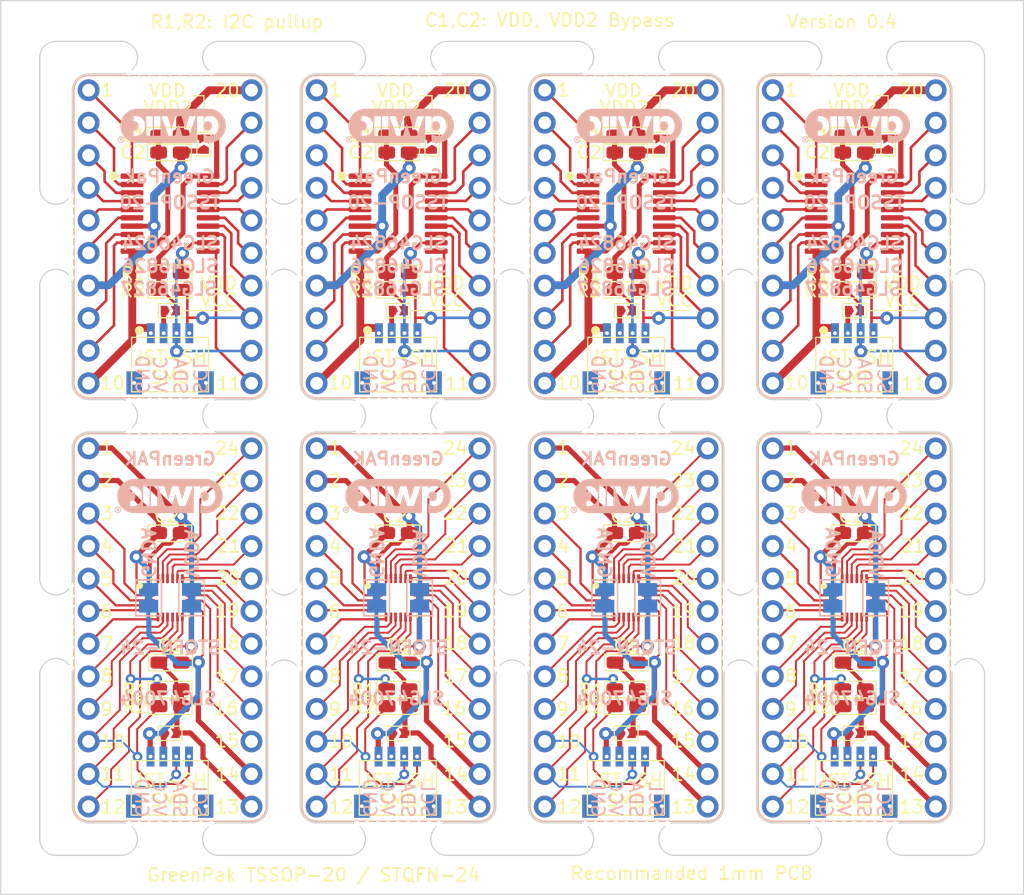
<source format=kicad_pcb>
(kicad_pcb (version 20221018) (generator pcbnew)
  (layers (0 "F.Cu" signal) (31 "B.Cu" signal) (34 "B.Paste" user) (35 "F.Paste" user) (36 "B.SilkS" user "B.Silkscreen") (37 "F.SilkS" user "F.Silkscreen") (38 "B.Mask" user) (39 "F.Mask" user) (44 "Edge.Cuts" user))
  (net 0 "")
  (footprint "greenpack_smd_adapters:mouse-bite-holes-short" (layer "F.Cu") (at 38.862 28.575 -90)
    (fp_text reference "mouse-bite-2.54mm-slot" hide)
    (fp_text value "VAL**" hide)
  )
  (footprint "greenpack_smd_adapters:GREENPAK-SMD-ADAPTER-STQFN-24-QWIIC" (layer "F.Cu") (at -5.588 9.398)
    (fp_text reference "REF**" hide)
    (fp_text value "GREENPAK-SMD-ADAPTER-STQFN-24-QWIIC" hide)
  )
  (footprint "greenpack_smd_adapters:mouse-bite-holes-half" (layer "F.Cu") (at 38.862 9.398 -90)
    (fp_text reference "mouse-bite-2.54mm-slot" hide)
    (fp_text value "VAL**" hide)
  )
  (footprint "greenpack_smd_adapters:mouse-bite-holes-half" (layer "F.Cu") (at 29.972 25.908 180)
    (fp_text reference "mouse-bite-2.54mm-slot" hide)
    (fp_text value "VAL**" hide)
  )
  (footprint "greenpack_smd_adapters:mouse-bite-holes-half" (layer "F.Cu") (at 12.192 -35.052)
    (fp_text reference "mouse-bite-2.54mm-slot" hide)
    (fp_text value "VAL**" hide)
  )
  (footprint "greenpack_smd_adapters:mouse-bite-holes" (layer "F.Cu") (at 3.302 9.398 90)
    (fp_text reference "mouse-bite-2.54mm-slot" hide)
    (fp_text value "VAL**" hide)
  )
  (footprint "greenpack_smd_adapters:mouse-bite-holes-half" (layer "F.Cu") (at 12.192 25.908 180)
    (fp_text reference "mouse-bite-2.54mm-slot" hide)
    (fp_text value "VAL**" hide)
  )
  (footprint "greenpack_smd_adapters:GREENPAK-SMD-ADAPTER-STQFN-24-QWIIC" (layer "F.Cu") (at 12.192 9.398)
    (fp_text reference "REF**" hide)
    (fp_text value "GREENPAK-SMD-ADAPTER-STQFN-24-QWIIC" hide)
  )
  (footprint "greenpack_smd_adapters:GREENPAK-SMD-ADAPTER-TSSOP-20-QWIIC" (layer "F.Cu") (at -5.588 -21.082)
    (fp_text reference "REF**" hide)
    (fp_text value "GREENPAK-SMD-ADAPTER-TSSOP-20-QWIIC" hide)
  )
  (footprint "greenpack_smd_adapters:mouse-bite-holes" (layer "F.Cu") (at 21.082 -21.082 90)
    (fp_text reference "mouse-bite-2.54mm-slot" hide)
    (fp_text value "VAL**" hide)
  )
  (footprint "greenpack_smd_adapters:mouse-bite-holes-half" (layer "F.Cu") (at 38.862 -21.082 -90)
    (fp_text reference "mouse-bite-2.54mm-slot" hide)
    (fp_text value "VAL**" hide)
  )
  (footprint "greenpack_smd_adapters:mouse-bite-holes" (layer "F.Cu") (at -23.368 -7.112 180)
    (fp_text reference "mouse-bite-2.54mm-slot" hide)
    (fp_text value "VAL**" hide)
  )
  (footprint "greenpack_smd_adapters:mouse-bite-holes" (layer "F.Cu") (at 29.972 -7.112 180)
    (fp_text reference "mouse-bite-2.54mm-slot" hide)
    (fp_text value "VAL**" hide)
  )
  (footprint "greenpack_smd_adapters:mouse-bite-holes" (layer "F.Cu") (at -14.478 -21.082 90)
    (fp_text reference "mouse-bite-2.54mm-slot" hide)
    (fp_text value "VAL**" hide)
  )
  (footprint "greenpack_smd_adapters:mouse-bite-holes-short" (layer "F.Cu") (at 38.862 -37.846 -90)
    (fp_text reference "mouse-bite-2.54mm-slot" hide)
    (fp_text value "VAL**" hide)
  )
  (footprint "greenpack_smd_adapters:mouse-bite-holes-half" (layer "F.Cu") (at -5.588 25.908 180)
    (fp_text reference "mouse-bite-2.54mm-slot" hide)
    (fp_text value "VAL**" hide)
  )
  (footprint "greenpack_smd_adapters:mouse-bite-holes-short" (layer "F.Cu") (at -32.258 28.791 90)
    (fp_text reference "mouse-bite-2.54mm-slot" hide)
    (fp_text value "VAL**" hide)
  )
  (footprint "greenpack_smd_adapters:mouse-bite-holes-half" (layer "F.Cu") (at -32.258 9.36 90)
    (fp_text reference "mouse-bite-2.54mm-slot" hide)
    (fp_text value "VAL**" hide)
  )
  (footprint "greenpack_smd_adapters:GREENPAK-SMD-ADAPTER-TSSOP-20-QWIIC" (layer "F.Cu") (at 29.972 -21.082)
    (fp_text reference "REF**" hide)
    (fp_text value "GREENPAK-SMD-ADAPTER-TSSOP-20-QWIIC" hide)
  )
  (footprint "greenpack_smd_adapters:GREENPAK-SMD-ADAPTER-TSSOP-20-QWIIC" (layer "F.Cu") (at 12.192 -21.082)
    (fp_text reference "REF**" hide)
    (fp_text value "GREENPAK-SMD-ADAPTER-TSSOP-20-QWIIC" hide)
  )
  (footprint "greenpack_smd_adapters:mouse-bite-holes" (layer "F.Cu") (at -5.461 -7.112 180)
    (fp_text reference "mouse-bite-2.54mm-slot" hide)
    (fp_text value "VAL**" hide)
  )
  (footprint "greenpack_smd_adapters:mouse-bite-holes" (layer "F.Cu") (at 21.082 9.398 90)
    (fp_text reference "mouse-bite-2.54mm-slot" hide)
    (fp_text value "VAL**" hide)
  )
  (footprint "greenpack_smd_adapters:mouse-bite-holes-half" (layer "F.Cu") (at -23.368 -35.052)
    (fp_text reference "mouse-bite-2.54mm-slot" hide)
    (fp_text value "VAL**" hide)
  )
  (footprint "greenpack_smd_adapters:mouse-bite-holes" (layer "F.Cu") (at -14.478 9.398 90)
    (fp_text reference "mouse-bite-2.54mm-slot" hide)
    (fp_text value "VAL**" hide)
  )
  (footprint "greenpack_smd_adapters:mouse-bite-holes-half" (layer "F.Cu") (at -5.588 -35.052)
    (fp_text reference "mouse-bite-2.54mm-slot" hide)
    (fp_text value "VAL**" hide)
  )
  (footprint "greenpack_smd_adapters:mouse-bite-holes" (layer "F.Cu") (at 12.192 -7.112 180)
    (fp_text reference "mouse-bite-2.54mm-slot" hide)
    (fp_text value "VAL**" hide)
  )
  (footprint "greenpack_smd_adapters:mouse-bite-holes-short" (layer "F.Cu") (at -32.258 -37.846 90)
    (fp_text reference "mouse-bite-2.54mm-slot" hide)
    (fp_text value "VAL**" hide)
  )
  (footprint "greenpack_smd_adapters:mouse-bite-holes-half" (layer "F.Cu") (at -23.368 25.908 180)
    (fp_text reference "mouse-bite-2.54mm-slot" hide)
    (fp_text value "VAL**" hide)
  )
  (footprint "greenpack_smd_adapters:GREENPAK-SMD-ADAPTER-TSSOP-20-QWIIC" (layer "F.Cu") (at -23.368 -21.082)
    (fp_text reference "REF**" hide)
    (fp_text value "GREENPAK-SMD-ADAPTER-TSSOP-20-QWIIC" hide)
  )
  (footprint "greenpack_smd_adapters:GREENPAK-SMD-ADAPTER-STQFN-24-QWIIC" (layer "F.Cu") (at -23.368 9.398)
    (fp_text reference "REF**" hide)
    (fp_text value "GREENPAK-SMD-ADAPTER-STQFN-24-QWIIC" hide)
  )
  (footprint "greenpack_smd_adapters:mouse-bite-holes-half" (layer "F.Cu") (at -32.258 -21.082 90)
    (fp_text reference "mouse-bite-2.54mm-slot" hide)
    (fp_text value "VAL**" hide)
  )
  (footprint "greenpack_smd_adapters:mouse-bite-holes-half" (layer "F.Cu") (at 29.972 -35.052)
    (fp_text reference "mouse-bite-2.54mm-slot" hide)
    (fp_text value "VAL**" hide)
  )
  (footprint "greenpack_smd_adapters:GREENPAK-SMD-ADAPTER-STQFN-24-QWIIC" (layer "F.Cu") (at 29.972 9.398)
    (fp_text reference "REF**" hide)
    (fp_text value "GREENPAK-SMD-ADAPTER-STQFN-24-QWIIC" hide)
  )
  (footprint "greenpack_smd_adapters:mouse-bite-holes" (layer "F.Cu") (at 3.302 -21.209 90)
    (fp_text reference "mouse-bite-2.54mm-slot" hide)
    (fp_text value "VAL**" hide)
  )
  (gr_line (start 5.842 -8.382) (end 8.382 -8.382) (stroke (width 0.1)) (layer "Edge.Cuts"))
  (gr_line (start 38.862 11.811) (end 38.862 11.811) (stroke (width 0.1)) (layer "Edge.Cuts"))
  (gr_arc (start 26.162 -8.382) (mid 27.060026 -8.010026) (end 27.432 -7.112) (stroke (width 0.1)) (layer "Edge.Cuts"))
  (gr_line (start -14.478 11.938) (end -14.478 11.938) (stroke (width 0.1)) (layer "Edge.Cuts"))
  (gr_arc (start 36.322 -33.782) (mid 37.220026 -33.410026) (end 37.592 -32.512) (stroke (width 0.1)) (layer "Edge.Cuts"))
  (gr_line (start 8.382 27.178) (end -1.778 27.178) (stroke (width 0.1)) (layer "Edge.Cuts"))
  (gr_line (start -19.558 -36.322) (end -9.398 -36.322) (stroke (width 0.1)) (layer "Edge.Cuts"))
  (gr_line (start -17.018 -5.842) (end -19.558 -5.842) (stroke (width 0.1)) (layer "Edge.Cuts"))
  (gr_line (start -32.258 -23.622) (end -32.258 -23.622) (stroke (width 0.1)) (layer "Edge.Cuts"))
  (gr_line (start 4.572 -17.272) (end 4.572 -9.652) (stroke (width 0.1)) (layer "Edge.Cuts"))
  (gr_arc (start 37.592 -17.272) (mid 37.963974 -18.170026) (end 38.862 -18.542) (stroke (width 0.1)) (layer "Edge.Cuts"))
  (gr_arc (start -14.478 -18.542) (mid -13.579974 -18.170026) (end -13.208 -17.272) (stroke (width 0.1)) (layer "Edge.Cuts"))
  (gr_line (start -20.828 -35.052) (end -20.828 -35.052) (stroke (width 0.1)) (layer "Edge.Cuts"))
  (gr_line (start -33.528 25.908) (end -33.528 13.081) (stroke (width 0.1)) (layer "Edge.Cuts"))
  (gr_arc (start -17.018 -33.782) (mid -16.119974 -33.410026) (end -15.748 -32.512) (stroke (width 0.1)) (layer "Edge.Cuts"))
  (gr_arc (start 38.862 6.858) (mid 37.963974 6.486026) (end 37.592 5.588) (stroke (width 0.1)) (layer "Edge.Cuts"))
  (gr_line (start -11.938 -8.382) (end -9.398 -8.382) (stroke (width 0.1)) (layer "Edge.Cuts"))
  (gr_line (start -30.988 5.588) (end -30.988 -4.572) (stroke (width 0.1)) (layer "Edge.Cuts"))
  (gr_line (start 22.352 13.208) (end 22.352 23.368) (stroke (width 0.1)) (layer "Edge.Cuts"))
  (gr_line (start -17.018 -33.782) (end -19.558 -33.782) (stroke (width 0.1)) (layer "Edge.Cuts"))
  (gr_line (start 3.302 -18.542) (end 3.302 -18.542) (stroke (width 0.1)) (layer "Edge.Cuts"))
  (gr_arc (start -20.828 -7.112) (mid -20.456026 -8.010026) (end -19.558 -8.382) (stroke (width 0.1)) (layer "Edge.Cuts"))
  (gr_line (start 0.762 -5.842) (end -1.778 -5.842) (stroke (width 0.1)) (layer "Edge.Cuts"))
  (gr_line (start 21.082 6.858) (end 21.082 6.858) (stroke (width 0.1)) (layer "Edge.Cuts"))
  (gr_arc (start -32.258 -23.622) (mid -33.156026 -23.993974) (end -33.528 -24.892) (stroke (width 0.1)) (layer "Edge.Cuts"))
  (gr_line (start 16.002 -36.322) (end 26.162 -36.322) (stroke (width 0.1)) (layer "Edge.Cuts"))
  (gr_line (start 2.032 -24.892) (end 2.032 -32.512) (stroke (width 0.1)) (layer "Edge.Cuts"))
  (gr_line (start 3.302 -23.622) (end 3.302 -23.622) (stroke (width 0.1)) (layer "Edge.Cuts"))
  (gr_arc (start 19.812 -17.272) (mid 20.183974 -18.170026) (end 21.082 -18.542) (stroke (width 0.1)) (layer "Edge.Cuts"))
  (gr_line (start -9.398 27.178) (end -19.558 27.178) (stroke (width 0.1)) (layer "Edge.Cuts"))
  (gr_arc (start -8.128 -35.052) (mid -8.499974 -34.153974) (end -9.398 -33.782) (stroke (width 0.1)) (layer "Edge.Cuts"))
  (gr_line (start -30.988 -9.652) (end -30.988 -17.272) (stroke (width 0.1)) (layer "Edge.Cuts"))
  (gr_line (start -30.988 -32.512) (end -30.988 -24.892) (stroke (width 0.1)) (layer "Edge.Cuts"))
  (gr_line (start 16.002 -8.382) (end 18.542 -8.382) (stroke (width 0.1)) (layer "Edge.Cuts"))
  (gr_line (start 4.572 13.208) (end 4.572 23.368) (stroke (width 0.1)) (layer "Edge.Cuts"))
  (gr_arc (start -15.748 -9.652) (mid -16.119974 -8.753974) (end -17.018 -8.382) (stroke (width 0.1)) (layer "Edge.Cuts"))
  (gr_arc (start 0.762 -5.842) (mid 1.660026 -5.470026) (end 2.032 -4.572) (stroke (width 0.1)) (layer "Edge.Cuts"))
  (gr_line (start -14.478 -18.542) (end -14.478 -18.542) (stroke (width 0.1)) (layer "Edge.Cuts"))
  (gr_line (start -19.558 24.638) (end -17.018 24.638) (stroke (width 0.1)) (layer "Edge.Cuts"))
  (gr_arc (start 2.032 23.368) (mid 1.660026 24.266026) (end 0.762 24.638) (stroke (width 0.1)) (layer "Edge.Cuts"))
  (gr_arc (start 36.322 -5.842) (mid 37.220026 -5.470026) (end 37.592 -4.572) (stroke (width 0.1)) (layer "Edge.Cuts"))
  (gr_line (start 2.032 23.368) (end 2.032 13.208) (stroke (width 0.1)) (layer "Edge.Cuts"))
  (gr_line (start -25.908 -35.052) (end -25.908 -35.052) (stroke (width 0.1)) (layer "Edge.Cuts"))
  (gr_arc (start 33.782 -33.782) (mid 32.883974 -34.153974) (end 32.512 -35.052) (stroke (width 0.1)) (layer "Edge.Cuts"))
  (gr_line (start 22.352 -4.572) (end 22.352 5.588) (stroke (width 0.1)) (layer "Edge.Cuts"))
  (gr_line (start -1.778 -36.322) (end 8.382 -36.322) (stroke (width 0.1)) (layer "Edge.Cuts"))
  (gr_line (start 22.352 -17.272) (end 22.352 -9.652) (stroke (width 0.1)) (layer "Edge.Cuts"))
  (gr_line (start -27.178 -33.782) (end -29.718 -33.782) (stroke (width 0.1)) (layer "Edge.Cuts"))
  (gr_arc (start 16.002 27.178) (mid 15.103974 26.806026) (end 14.732 25.908) (stroke (width 0.1)) (layer "Edge.Cuts"))
  (gr_line (start 26.162 -5.842) (end 23.622 -5.842) (stroke (width 0.1)) (layer "Edge.Cuts"))
  (gr_line (start -33.528 -17.272) (end -33.528 5.588) (stroke (width 0.1)) (layer "Edge.Cuts"))
  (gr_arc (start 14.732 -35.052) (mid 15.103974 -35.950026) (end 16.002 -36.322) (stroke (width 0.1)) (layer "Edge.Cuts"))
  (gr_arc (start 16.002 -33.782) (mid 15.103974 -34.153974) (end 14.732 -35.052) (stroke (width 0.1)) (layer "Edge.Cuts"))
  (gr_line (start -8.128 -35.052) (end -8.128 -35.052) (stroke (width 0.1)) (layer "Edge.Cuts"))
  (gr_arc (start -33.528 -17.272) (mid -33.156026 -18.170026) (end -32.258 -18.542) (stroke (width 0.1)) (layer "Edge.Cuts"))
  (gr_arc (start -32.258 -18.542) (mid -31.359974 -18.170026) (end -30.988 -17.272) (stroke (width 0.1)) (layer "Edge.Cuts"))
  (gr_line (start -9.398 -33.782) (end -11.938 -33.782) (stroke (width 0.1)) (layer "Edge.Cuts"))
  (gr_line (start 21.082 -23.622) (end 21.082 -23.622) (stroke (width 0.1)) (layer "Edge.Cuts"))
  (gr_line (start 16.002 24.638) (end 18.542 24.638) (stroke (width 0.1)) (layer "Edge.Cuts"))
  (gr_arc (start 27.432 -7.112) (mid 27.060026 -6.213974) (end 26.162 -5.842) (stroke (width 0.1)) (layer "Edge.Cuts"))
  (gr_line (start 23.622 24.638) (end 26.162 24.638) (stroke (width 0.1)) (layer "Edge.Cuts"))
  (gr_line (start 37.592 13.081) (end 37.592 23.368) (stroke (width 0.1)) (layer "Edge.Cuts"))
  (gr_line (start -15.748 23.368) (end -15.748 13.208) (stroke (width 0.1)) (layer "Edge.Cuts"))
  (gr_arc (start 37.592 -9.652) (mid 37.220026 -8.753974) (end 36.322 -8.382) (stroke (width 0.1)) (layer "Edge.Cuts"))
  (gr_arc (start 5.842 24.638) (mid 4.943974 24.266026) (end 4.572 23.368) (stroke (width 0.1)) (layer "Edge.Cuts"))
  (gr_arc (start 21.082 -23.622) (mid 20.183974 -23.993974) (end 19.812 -24.892) (stroke (width 0.1)) (layer "Edge.Cuts"))
  (gr_line (start 5.842 24.638) (end 8.382 24.638) (stroke (width 0.1)) (layer "Edge.Cuts"))
  (gr_arc (start 2.032 -9.652) (mid 1.660026 -8.753974) (end 0.762 -8.382) (stroke (width 0.1)) (layer "Edge.Cuts"))
  (gr_line (start -33.528 -24.892) (end -33.528 -35.052) (stroke (width 0.1)) (layer "Edge.Cuts"))
  (gr_arc (start -3.048 -7.112) (mid -2.676026 -8.010026) (end -1.778 -8.382) (stroke (width 0.1)) (layer "Edge.Cuts"))
  (gr_line (start -3.048 -35.052) (end -3.048 -35.052) (stroke (width 0.1)) (layer "Edge.Cuts"))
  (gr_line (start 18.542 -33.782) (end 16.002 -33.782) (stroke (width 0.1)) (layer "Edge.Cuts"))
  (gr_arc (start 23.622 24.638) (mid 22.723974 24.266026) (end 22.352 23.368) (stroke (width 0.1)) (layer "Edge.Cuts"))
  (gr_arc (start 21.082 -18.542) (mid 21.980026 -18.170026) (end 22.352 -17.272) (stroke (width 0.1)) (layer "Edge.Cuts"))
  (gr_arc (start -27.178 -8.382) (mid -26.279974 -8.010026) (end -25.908 -7.112) (stroke (width 0.1)) (layer "Edge.Cuts"))
  (gr_arc (start -19.558 27.178) (mid -20.456026 26.806026) (end -20.828 25.908) (stroke (width 0.1)) (layer "Edge.Cuts"))
  (gr_arc (start -13.208 -24.892) (mid -13.579974 -23.993974) (end -14.478 -23.622) (stroke (width 0.1)) (layer "Edge.Cuts"))
  (gr_line (start -27.178 27.178) (end -32.258 27.178) (stroke (width 0.1)) (layer "Edge.Cuts"))
  (gr_line (start -32.258 11.811) (end -32.258 11.811) (stroke (width 0.1)) (layer "Edge.Cuts"))
  (gr_arc (start 14.732 25.908) (mid 15.103974 25.009974) (end 16.002 24.638) (stroke (width 0.1)) (layer "Edge.Cuts"))
  (gr_arc (start -11.938 -8.382) (mid -12.836026 -8.753974) (end -13.208 -9.652) (stroke (width 0.1)) (layer "Edge.Cuts"))
  (gr_line (start -20.828 -7.112) (end -20.828 -7.112) (stroke (width 0.1)) (layer "Edge.Cuts"))
  (gr_arc (start 22.352 -4.572) (mid 22.723974 -5.470026) (end 23.622 -5.842) (stroke (width 0.1)) (layer "Edge.Cuts"))
  (gr_arc (start 22.352 -24.892) (mid 21.980026 -23.993974) (end 21.082 -23.622) (stroke (width 0.1)) (layer "Edge.Cuts"))
  (gr_line (start 19.812 23.368) (end 19.812 13.208) (stroke (width 0.1)) (layer "Edge.Cuts"))
  (gr_line (start 33.782 -8.382) (end 36.322 -8.382) (stroke (width 0.1)) (layer "Edge.Cuts"))
  (gr_arc (start 37.592 23.368) (mid 37.220026 24.266026) (end 36.322 24.638) (stroke (width 0.1)) (layer "Edge.Cuts"))
  (gr_line (start 8.382 -5.842) (end 5.842 -5.842) (stroke (width 0.1)) (layer "Edge.Cuts"))
  (gr_line (start -13.208 -32.512) (end -13.208 -24.892) (stroke (width 0.1)) (layer "Edge.Cuts"))
  (gr_arc (start 40.132 25.908) (mid 39.760026 26.806026) (end 38.862 27.178) (stroke (width 0.1)) (layer "Edge.Cuts"))
  (gr_arc (start -1.778 27.178) (mid -2.676026 26.806026) (end -3.048 25.908) (stroke (width 0.1)) (layer "Edge.Cuts"))
  (gr_arc (start -30.988 -24.892) (mid -31.359974 -23.993974) (end -32.258 -23.622) (stroke (width 0.1)) (layer "Edge.Cuts"))
  (gr_line (start -8.128 25.908) (end -8.128 25.908) (stroke (width 0.1)) (layer "Edge.Cuts"))
  (gr_arc (start 26.162 -36.322) (mid 27.060026 -35.950026) (end 27.432 -35.052) (stroke (width 0.1)) (layer "Edge.Cuts"))
  (gr_arc (start 38.862 -36.322) (mid 39.760026 -35.950026) (end 40.132 -35.052) (stroke (width 0.1)) (layer "Edge.Cuts"))
  (gr_line (start 36.322 24.638) (end 33.782 24.638) (stroke (width 0.1)) (layer "Edge.Cuts"))
  (gr_arc (start -29.718 -8.382) (mid -30.616026 -8.753974) (end -30.988 -9.652) (stroke (width 0.1)) (layer "Edge.Cuts"))
  (gr_arc (start 38.862 11.811) (mid 39.760026 12.182974) (end 40.132 13.081) (stroke (width 0.1)) (layer "Edge.Cuts"))
  (gr_line (start 3.302 6.858) (end 3.302 6.858) (stroke (width 0.1)) (layer "Edge.Cuts"))
  (gr_line (start 27.432 -35.052) (end 27.432 -35.052) (stroke (width 0.1)) (layer "Edge.Cuts"))
  (gr_arc (start -30.988 -32.512) (mid -30.616026 -33.410026) (end -29.718 -33.782) (stroke (width 0.1)) (layer "Edge.Cuts"))
  (gr_arc (start 8.382 -8.382) (mid 9.280026 -8.010026) (end 9.652 -7.112) (stroke (width 0.1)) (layer "Edge.Cuts"))
  (gr_arc (start -32.258 27.178) (mid -33.156026 26.806026) (end -33.528 25.908) (stroke (width 0.1)) (layer "Edge.Cuts"))
  (gr_arc (start 9.652 25.908) (mid 9.280026 26.806026) (end 8.382 27.178) (stroke (width 0.1)) (layer "Edge.Cuts"))
  (gr_arc (start -15.748 23.368) (mid -16.119974 24.266026) (end -17.018 24.638) (stroke (width 0.1)) (layer "Edge.Cuts"))
  (gr_line (start 14.732 25.908) (end 14.732 25.908) (stroke (width 0.1)) (layer "Edge.Cuts"))
  (gr_line (start 38.862 -36.322) (end 33.782 -36.322) (stroke (width 0.1)) (layer "Edge.Cuts"))
  (gr_arc (start 21.082 11.938) (mid 21.980026 12.309974) (end 22.352 13.208) (stroke (width 0.1)) (layer "Edge.Cuts"))
  (gr_arc (start 32.512 -35.052) (mid 32.883974 -35.950026) (end 33.782 -36.322) (stroke (width 0.1)) (layer "Edge.Cuts"))
  (gr_arc (start -27.178 24.638) (mid -26.279974 25.009974) (end -25.908 25.908) (stroke (width 0.1)) (layer "Edge.Cuts"))
  (gr_arc (start -14.478 -23.622) (mid -15.376026 -23.993974) (end -15.748 -24.892) (stroke (width 0.1)) (layer "Edge.Cuts"))
  (gr_arc (start -25.908 25.908) (mid -26.279974 26.806026) (end -27.178 27.178) (stroke (width 0.1)) (layer "Edge.Cuts"))
  (gr_arc (start 27.432 25.908) (mid 27.060026 26.806026) (end 26.162 27.178) (stroke (width 0.1)) (layer "Edge.Cuts"))
  (gr_line (start -27.178 -8.382) (end -29.718 -8.382) (stroke (width 0.1)) (layer "Edge.Cuts"))
  (gr_arc (start 22.352 5.588) (mid 21.980026 6.486026) (end 21.082 6.858) (stroke (width 0.1)) (layer "Edge.Cuts"))
  (gr_line (start 37.592 -32.512) (end 37.592 -24.892) (stroke (width 0.1)) (layer "Edge.Cuts"))
  (gr_arc (start 4.572 -32.512) (mid 4.943974 -33.410026) (end 5.842 -33.782) (stroke (width 0.1)) (layer "Edge.Cuts"))
  (gr_line (start 18.542 -5.842) (end 16.002 -5.842) (stroke (width 0.1)) (layer "Edge.Cuts"))
  (gr_line (start -14.478 -23.622) (end -14.478 -23.622) (stroke (width 0.1)) (layer "Edge.Cuts"))
  (gr_line (start 33.782 27.178) (end 38.862 27.178) (stroke (width 0.1)) (layer "Edge.Cuts"))
  (gr_arc (start 27.432 -35.052) (mid 27.060026 -34.153974) (end 26.162 -33.782) (stroke (width 0.1)) (layer "Edge.Cuts"))
  (gr_line (start -3.048 -7.112) (end -3.048 -7.112) (stroke (width 0.1)) (layer "Edge.Cuts"))
  (gr_line (start 27.432 -7.112) (end 27.432 -7.112) (stroke (width 0.1)) (layer "Edge.Cuts"))
  (gr_line (start 4.572 -4.572) (end 4.572 5.588) (stroke (width 0.1)) (layer "Edge.Cuts"))
  (gr_line (start -13.208 -17.272) (end -13.208 -9.652) (stroke (width 0.1)) (layer "Edge.Cuts"))
  (gr_arc (start -8.128 25.908) (mid -8.499974 26.806026) (end -9.398 27.178) (stroke (width 0.1)) (layer "Edge.Cuts"))
  (gr_arc (start -14.478 6.858) (mid -15.376026 6.486026) (end -15.748 5.588) (stroke (width 0.1)) (layer "Edge.Cuts"))
  (gr_arc (start -15.748 -17.272) (mid -15.376026 -18.170026) (end -14.478 -18.542) (stroke (width 0.1)) (layer "Edge.Cuts"))
  (gr_arc (start -25.908 -35.052) (mid -26.279974 -34.153974) (end -27.178 -33.782) (stroke (width 0.1)) (layer "Edge.Cuts"))
  (gr_arc (start 19.812 13.208) (mid 20.183974 12.309974) (end 21.082 11.938) (stroke (width 0.1)) (layer "Edge.Cuts"))
  (gr_arc (start 19.812 23.368) (mid 19.440026 24.266026) (end 18.542 24.638) (stroke (width 0.1)) (layer "Edge.Cuts"))
  (gr_arc (start 32.512 -7.112) (mid 32.883974 -8.010026) (end 33.782 -8.382) (stroke (width 0.1)) (layer "Edge.Cuts"))
  (gr_arc (start -13.208 5.588) (mid -13.579974 6.486026) (end -14.478 6.858) (stroke (width 0.1)) (layer "Edge.Cuts"))
  (gr_line (start 40.132 -24.892) (end 40.132 -35.052) (stroke (width 0.1)) (layer "Edge.Cuts"))
  (gr_line (start -1.778 24.638) (end 0.762 24.638) (stroke (width 0.1)) (layer "Edge.Cuts"))
  (gr_line (start 9.652 -35.052) (end 9.652 -35.052) (stroke (width 0.1)) (layer "Edge.Cuts"))
  (gr_arc (start 3.302 6.858) (mid 2.403974 6.486026) (end 2.032 5.588) (stroke (width 0.1)) (layer "Edge.Cuts"))
  (gr_line (start -14.478 6.858) (end -14.478 6.858) (stroke (width 0.1)) (layer "Edge.Cuts"))
  (gr_arc (start -11.938 24.638) (mid -12.836026 24.266026) (end -13.208 23.368) (stroke (width 0.1)) (layer "Edge.Cuts"))
  (gr_arc (start 9.652 -35.052) (mid 9.280026 -34.153974) (end 8.382 -33.782) (stroke (width 0.1)) (layer "Edge.Cuts"))
  (gr_arc (start 3.302 -18.542) (mid 4.200026 -18.170026) (end 4.572 -17.272) (stroke (width 0.1)) (layer "Edge.Cuts"))
  (gr_line (start -13.208 -4.572) (end -13.208 5.588) (stroke (width 0.1)) (layer "Edge.Cuts"))
  (gr_arc (start 8.382 -36.322) (mid 9.280026 -35.950026) (end 9.652 -35.052) (stroke (width 0.1)) (layer "Edge.Cuts"))
  (gr_arc (start -13.208 -32.512) (mid -12.836026 -33.410026) (end -11.938 -33.782) (stroke (width 0.1)) (layer "Edge.Cuts"))
  (gr_line (start -8.128 -7.112) (end -8.128 -7.112) (stroke (width 0.1)) (layer "Edge.Cuts"))
  (gr_arc (start 2.032 13.208) (mid 2.403974 12.309974) (end 3.302 11.938) (stroke (width 0.1)) (layer "Edge.Cuts"))
  (gr_arc (start 26.162 24.638) (mid 27.060026 25.009974) (end 27.432 25.908) (stroke (width 0.1)) (layer "Edge.Cuts"))
  (gr_line (start -15.748 -9.652) (end -15.748 -17.272) (stroke (width 0.1)) (layer "Edge.Cuts"))
  (gr_arc (start 21.082 6.858) (mid 20.183974 6.486026) (end 19.812 5.588) (stroke (width 0.1)) (layer "Edge.Cuts"))
  (gr_line (start -20.828 25.908) (end -20.828 25.908) (stroke (width 0.1)) (layer "Edge.Cuts"))
  (gr_line (start 26.162 27.178) (end 16.002 27.178) (stroke (width 0.1)) (layer "Edge.Cuts"))
  (gr_arc (start -1.778 -5.842) (mid -2.676026 -6.213974) (end -3.048 -7.112) (stroke (width 0.1)) (layer "Edge.Cuts"))
  (gr_arc (start -27.178 -36.322) (mid -26.279974 -35.950026) (end -25.908 -35.052) (stroke (width 0.1)) (layer "Edge.Cuts"))
  (gr_line (start -19.558 -8.382) (end -17.018 -8.382) (stroke (width 0.1)) (layer "Edge.Cuts"))
  (gr_line (start 40.132 25.908) (end 40.132 13.081) (stroke (width 0.1)) (layer "Edge.Cuts"))
  (gr_arc (start 3.302 11.938) (mid 4.200026 12.309974) (end 4.572 13.208) (stroke (width 0.1)) (layer "Edge.Cuts"))
  (gr_arc (start -33.528 -35.052) (mid -33.156026 -35.950026) (end -32.258 -36.322) (stroke (width 0.1)) (layer "Edge.Cuts"))
  (gr_line (start -3.048 25.908) (end -3.048 25.908) (stroke (width 0.1)) (layer "Edge.Cuts"))
  (gr_arc (start 22.352 -32.512) (mid 22.723974 -33.410026) (end 23.622 -33.782) (stroke (width 0.1)) (layer "Edge.Cuts"))
  (gr_line (start 36.322 -5.842) (end 33.782 -5.842) (stroke (width 0.1)) (layer "Edge.Cuts"))
  (gr_arc (start -19.558 -33.782) (mid -20.456026 -34.153974) (end -20.828 -35.052) (stroke (width 0.1)) (layer "Edge.Cuts"))
  (gr_line (start 4.572 -32.512) (end 4.572 -24.892) (stroke (width 0.1)) (layer "Edge.Cuts"))
  (gr_rect (start -36.576 -39.497) (end 43.18 30.226) (stroke (width 0.1)) (fill none) (layer "Edge.Cuts"))
  (gr_line (start 9.652 25.908) (end 9.652 25.908) (stroke (width 0.1)) (layer "Edge.Cuts"))
  (gr_arc (start -3.048 -35.052) (mid -2.676026 -35.950026) (end -1.778 -36.322) (stroke (width 0.1)) (layer "Edge.Cuts"))
  (gr_line (start -29.718 24.638) (end -27.178 24.638) (stroke (width 0.1)) (layer "Edge.Cuts"))
  (gr_arc (start -3.048 25.908) (mid -2.676026 25.009974) (end -1.778 24.638) (stroke (width 0.1)) (layer "Edge.Cuts"))
  (gr_arc (start -1.778 -33.782) (mid -2.676026 -34.153974) (end -3.048 -35.052) (stroke (width 0.1)) (layer "Edge.Cuts"))
  (gr_line (start 32.512 25.908) (end 32.512 25.908) (stroke (width 0.1)) (layer "Edge.Cuts"))
  (gr_line (start 2.032 5.588) (end 2.032 -4.572) (stroke (width 0.1)) (layer "Edge.Cuts"))
  (gr_line (start 22.352 -32.512) (end 22.352 -24.892) (stroke (width 0.1)) (layer "Edge.Cuts"))
  (gr_arc (start -14.478 11.938) (mid -13.579974 12.309974) (end -13.208 13.208) (stroke (width 0.1)) (layer "Edge.Cuts"))
  (gr_line (start -13.208 13.208) (end -13.208 23.368) (stroke (width 0.1)) (layer "Edge.Cuts"))
  (gr_line (start 9.652 -7.112) (end 9.652 -7.112) (stroke (width 0.1)) (layer "Edge.Cuts"))
  (gr_arc (start 0.762 -33.782) (mid 1.660026 -33.410026) (end 2.032 -32.512) (stroke (width 0.1)) (layer "Edge.Cuts"))
  (gr_arc (start 4.572 5.588) (mid 4.200026 6.486026) (end 3.302 6.858) (stroke (width 0.1)) (layer "Edge.Cuts"))
  (gr_arc (start 38.862 -18.542) (mid 39.760026 -18.170026) (end 40.132 -17.272) (stroke (width 0.1)) (layer "Edge.Cuts"))
  (gr_arc (start -15.748 13.208) (mid -15.376026 12.309974) (end -14.478 11.938) (stroke (width 0.1)) (layer "Edge.Cuts"))
  (gr_arc (start -20.828 25.908) (mid -20.456026 25.009974) (end -19.558 24.638) (stroke (width 0.1)) (layer "Edge.Cuts"))
  (gr_arc (start 33.782 -5.842) (mid 32.883974 -6.213974) (end 32.512 -7.112) (stroke (width 0.1)) (layer "Edge.Cuts"))
  (gr_line (start -25.908 25.908) (end -25.908 25.908) (stroke (width 0.1)) (layer "Edge.Cuts"))
  (gr_arc (start -17.018 -5.842) (mid -16.119974 -5.470026) (end -15.748 -4.572) (stroke (width 0.1)) (layer "Edge.Cuts"))
  (gr_arc (start 38.862 -23.622) (mid 37.963974 -23.993974) (end 37.592 -24.892) (stroke (width 0.1)) (layer "Edge.Cuts"))
  (gr_line (start 14.732 -7.112) (end 14.732 -7.112) (stroke (width 0.1)) (layer "Edge.Cuts"))
  (gr_line (start 21.082 11.938) (end 21.082 11.938) (stroke (width 0.1)) (layer "Edge.Cuts"))
  (gr_arc (start -8.128 -7.112) (mid -8.499974 -6.213974) (end -9.398 -5.842) (stroke (width 0.1)) (layer "Edge.Cuts"))
  (gr_line (start 40.132 -17.272) (end 40.132 5.588) (stroke (width 0.1)) (layer "Edge.Cuts"))
  (gr_arc (start 9.652 -7.112) (mid 9.280026 -6.213974) (end 8.382 -5.842) (stroke (width 0.1)) (layer "Edge.Cuts"))
  (gr_arc (start 4.572 -4.572) (mid 4.943974 -5.470026) (end 5.842 -5.842) (stroke (width 0.1)) (layer "Edge.Cuts"))
  (gr_line (start 32.512 -35.052) (end 32.512 -35.052) (stroke (width 0.1)) (layer "Edge.Cuts"))
  (gr_arc (start 8.382 24.638) (mid 9.280026 25.009974) (end 9.652 25.908) (stroke (width 0.1)) (layer "Edge.Cuts"))
  (gr_line (start 26.162 -33.782) (end 23.622 -33.782) (stroke (width 0.1)) (layer "Edge.Cuts"))
  (gr_arc (start -13.208 -4.572) (mid -12.836026 -5.470026) (end -11.938 -5.842) (stroke (width 0.1)) (layer "Edge.Cuts"))
  (gr_line (start 3.302 11.938) (end 3.302 11.938) (stroke (width 0.1)) (layer "Edge.Cuts"))
  (gr_arc (start -29.718 24.638) (mid -30.616026 24.266026) (end -30.988 23.368) (stroke (width 0.1)) (layer "Edge.Cuts"))
  (gr_arc (start -32.258 11.811) (mid -31.359974 12.182974) (end -30.988 13.081) (stroke (width 0.1)) (layer "Edge.Cuts"))
  (gr_arc (start -30.988 -4.572) (mid -30.616026 -5.470026) (end -29.718 -5.842) (stroke (width 0.1)) (layer "Edge.Cuts"))
  (gr_line (start 14.732 -35.052) (end 14.732 -35.052) (stroke (width 0.1)) (layer "Edge.Cuts"))
  (gr_arc (start 5.842 -8.382) (mid 4.943974 -8.753974) (end 4.572 -9.652) (stroke (width 0.1)) (layer "Edge.Cuts"))
  (gr_line (start -29.718 -5.842) (end -27.178 -5.842) (stroke (width 0.1)) (layer "Edge.Cuts"))
  (gr_arc (start -20.828 -35.052) (mid -20.456026 -35.950026) (end -19.558 -36.322) (stroke (width 0.1)) (layer "Edge.Cuts"))
  (gr_arc (start 32.512 25.908) (mid 32.883974 25.009974) (end 33.782 24.638) (stroke (width 0.1)) (layer "Edge.Cuts"))
  (gr_line (start 2.032 -9.652) (end 2.032 -17.272) (stroke (width 0.1)) (layer "Edge.Cuts"))
  (gr_arc (start 40.132 5.588) (mid 39.760026 6.486026) (end 38.862 6.858) (stroke (width 0.1)) (layer "Edge.Cuts"))
  (gr_line (start -32.258 -36.322) (end -27.178 -36.322) (stroke (width 0.1)) (layer "Edge.Cuts"))
  (gr_line (start -25.908 -7.112) (end -25.908 -7.112) (stroke (width 0.1)) (layer "Edge.Cuts"))
  (gr_line (start 38.862 -23.622) (end 38.862 -23.622) (stroke (width 0.1)) (layer "Edge.Cuts"))
  (gr_arc (start -25.908 -7.112) (mid -26.279974 -6.213974) (end -27.178 -5.842) (stroke (width 0.1)) (layer "Edge.Cuts"))
  (gr_line (start 27.432 25.908) (end 27.432 25.908) (stroke (width 0.1)) (layer "Edge.Cuts"))
  (gr_arc (start -9.398 24.638) (mid -8.499974 25.009974) (end -8.128 25.908) (stroke (width 0.1)) (layer "Edge.Cuts"))
  (gr_arc (start 4.572 -24.892) (mid 4.200026 -23.993974) (end 3.302 -23.622) (stroke (width 0.1)) (layer "Edge.Cuts"))
  (gr_line (start 32.512 -7.112) (end 32.512 -7.112) (stroke (width 0.1)) (layer "Edge.Cuts"))
  (gr_line (start 38.862 -18.542) (end 38.862 -18.542) (stroke (width 0.1)) (layer "Edge.Cuts"))
  (gr_arc (start -30.988 5.588) (mid -31.359974 6.486026) (end -32.258 6.858) (stroke (width 0.1)) (layer "Edge.Cuts"))
  (gr_arc (start -32.258 6.858) (mid -33.156026 6.486026) (end -33.528 5.588) (stroke (width 0.1)) (layer "Edge.Cuts"))
  (gr_arc (start 23.622 -8.382) (mid 22.723974 -8.753974) (end 22.352 -9.652) (stroke (width 0.1)) (layer "Edge.Cuts"))
  (gr_line (start -32.258 6.858) (end -32.258 6.858) (stroke (width 0.1)) (layer "Edge.Cuts"))
  (gr_arc (start 18.542 -5.842) (mid 19.440026 -5.470026) (end 19.812 -4.572) (stroke (width 0.1)) (layer "Edge.Cuts"))
  (gr_arc (start 16.002 -5.842) (mid 15.103974 -6.213974) (end 14.732 -7.112) (stroke (width 0.1)) (layer "Edge.Cuts"))
  (gr_line (start 19.812 -24.892) (end 19.812 -32.512) (stroke (width 0.1)) (layer "Edge.Cuts"))
  (gr_line (start 37.592 -9.652) (end 37.592 -17.272) (stroke (width 0.1)) (layer "Edge.Cuts"))
  (gr_line (start 23.622 -8.382) (end 26.162 -8.382) (stroke (width 0.1)) (layer "Edge.Cuts"))
  (gr_line (start -11.938 24.638) (end -9.398 24.638) (stroke (width 0.1)) (layer "Edge.Cuts"))
  (gr_line (start -15.748 -24.892) (end -15.748 -32.512) (stroke (width 0.1)) (layer "Edge.Cuts"))
  (gr_line (start -9.398 -5.842) (end -11.938 -5.842) (stroke (width 0.1)) (layer "Edge.Cuts"))
  (gr_arc (start 14.732 -7.112) (mid 15.103974 -8.010026) (end 16.002 -8.382) (stroke (width 0.1)) (layer "Edge.Cuts"))
  (gr_arc (start -33.528 13.081) (mid -33.156026 12.182974) (end -32.258 11.811) (stroke (width 0.1)) (layer "Edge.Cuts"))
  (gr_arc (start 2.032 -17.272) (mid 2.403974 -18.170026) (end 3.302 -18.542) (stroke (width 0.1)) (layer "Edge.Cuts"))
  (gr_line (start 21.082 -18.542) (end 21.082 -18.542) (stroke (width 0.1)) (layer "Edge.Cuts"))
  (gr_arc (start 37.592 13.081) (mid 37.963974 12.182974) (end 38.862 11.811) (stroke (width 0.1)) (layer "Edge.Cuts"))
  (gr_arc (start 3.302 -23.622) (mid 2.403974 -23.993974) (end 2.032 -24.892) (stroke (width 0.1)) (layer "Edge.Cuts"))
  (gr_line (start 37.592 5.588) (end 37.592 -4.572) (stroke (width 0.1)) (layer "Edge.Cuts"))
  (gr_line (start 19.812 -9.652) (end 19.812 -17.272) (stroke (width 0.1)) (layer "Edge.Cuts"))
  (gr_line (start 19.812 5.588) (end 19.812 -4.572) (stroke (width 0.1)) (layer "Edge.Cuts"))
  (gr_line (start 0.762 -33.782) (end -1.778 -33.782) (stroke (width 0.1)) (layer "Edge.Cuts"))
  (gr_line (start -1.778 -8.382) (end 0.762 -8.382) (stroke (width 0.1)) (layer "Edge.Cuts"))
  (gr_arc (start 18.542 -33.782) (mid 19.440026 -33.410026) (end 19.812 -32.512) (stroke (width 0.1)) (layer "Edge.Cuts"))
  (gr_line (start 33.782 -33.782) (end 36.322 -33.782) (stroke (width 0.1)) (layer "Edge.Cuts"))
  (gr_arc (start 19.812 -9.652) (mid 19.440026 -8.753974) (end 18.542 -8.382) (stroke (width 0.1)) (layer "Edge.Cuts"))
  (gr_line (start -32.258 -18.542) (end -32.258 -18.542) (stroke (width 0.1)) (layer "Edge.Cuts"))
  (gr_arc (start -9.398 -36.322) (mid -8.499974 -35.950026) (end -8.128 -35.052) (stroke (width 0.1)) (layer "Edge.Cuts"))
  (gr_arc (start -19.558 -5.842) (mid -20.456026 -6.213974) (end -20.828 -7.112) (stroke (width 0.1)) (layer "Edge.Cuts"))
  (gr_arc (start 40.132 -24.892) (mid 39.760026 -23.993974) (end 38.862 -23.622) (stroke (width 0.1)) (layer "Edge.Cuts"))
  (gr_line (start 38.862 6.858) (end 38.862 6.858) (stroke (width 0.1)) (layer "Edge.Cuts"))
  (gr_line (start 8.382 -33.782) (end 5.842 -33.782) (stroke (width 0.1)) (layer "Edge.Cuts"))
  (gr_line (start -15.748 5.588) (end -15.748 -4.572) (stroke (width 0.1)) (layer "Edge.Cuts"))
  (gr_line (start -30.988 13.081) (end -30.988 23.368) (stroke (width 0.1)) (layer "Edge.Cuts"))
  (gr_arc (start -9.398 -8.382) (mid -8.499974 -8.010026) (end -8.128 -7.112) (stroke (width 0.1)) (layer "Edge.Cuts"))
  (gr_arc (start 33.782 27.178) (mid 32.883974 26.806026) (end 32.512 25.908) (stroke (width 0.1)) (layer "Edge.Cuts"))
  (gr_text "Version 0.4" (at 24.638 -37.846) (layer "F.SilkS") (effects (font (size 1 1)) (justify left)))
  (gr_text "Recommanded 1mm PCB" (at 7.747 28.575) (layer "F.SilkS") (effects (font (size 1 1)) (justify left)))
  (gr_text "C1,C2: VDD, VDD2 Bypass" (at 6.223 -37.973) (layer "F.SilkS") (effects (font (size 1 1))))
  (gr_text "GreenPak TSSOP-20 / STQFN-24" (at -12.192 28.702) (layer "F.SilkS") (effects (font (size 1 1))))
  (gr_text "R1,R2: I2C pullup" (at -18.161 -37.846) (layer "F.SilkS") (effects (font (size 1 1))))
)
</source>
